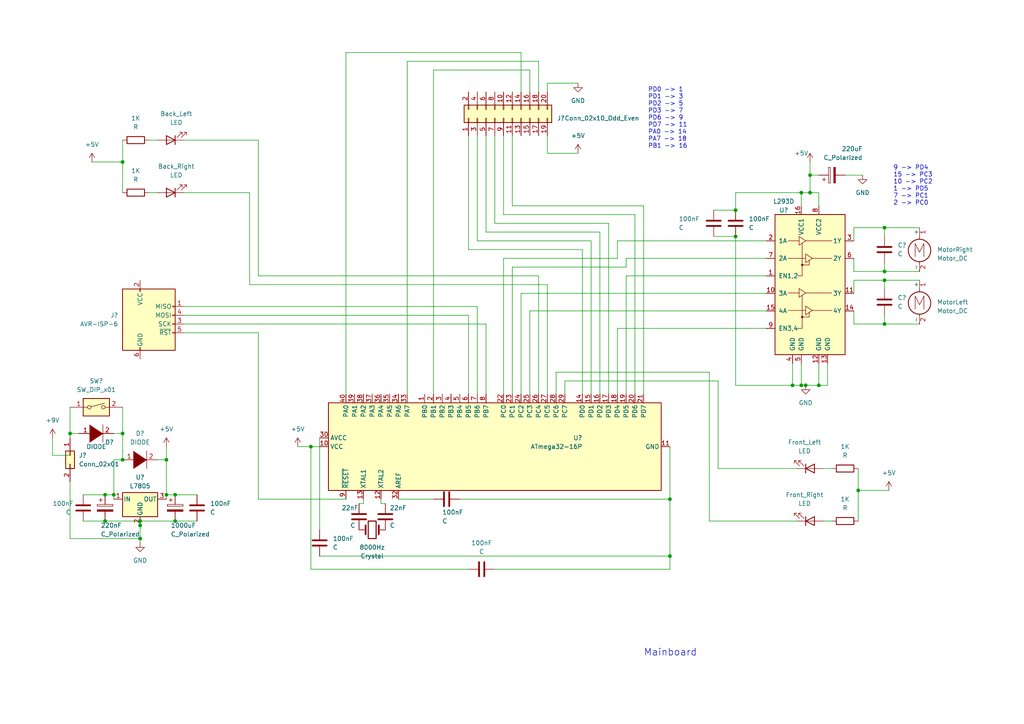
<source format=kicad_sch>
(kicad_sch (version 20211123) (generator eeschema)
  (paper "A4")
  (lib_symbols
    (symbol "Connector:AVR-ISP-6" (pin_names (offset 1.016))
      (property "Reference" "J" (at -6.35 11.43 0))
      (property "Value" "AVR-ISP-6" (at 0 11.43 0))
      (symbol "AVR-ISP-6_0_1"
        (rectangle (start -2.667 -6.858) (end -2.413 -7.62))
        (rectangle (start -2.667 10.16) (end -2.413 9.398))
        (rectangle (start 7.62 -2.413) (end 6.858 -2.667))
        (rectangle (start 7.62 0.127) (end 6.858 -0.127))
        (rectangle (start 7.62 2.667) (end 6.858 2.413))
        (rectangle (start 7.62 5.207) (end 6.858 4.953))
        (rectangle (start 7.62 10.16) (end -7.62 -7.62) (stroke (width 0.254)) (fill (type background)))
      )
      (symbol "AVR-ISP-6_1_1"
        (pin passive line (at 10.16 5.08 180) (length 2.54) (name "MISO") (number "1"))
        (pin passive line (at -2.54 12.7 270) (length 2.54) (name "VCC") (number "2"))
        (pin passive line (at 10.16 0 180) (length 2.54) (name "SCK") (number "3"))
        (pin passive line (at 10.16 2.54 180) (length 2.54) (name "MOSI") (number "4"))
        (pin passive line (at 10.16 -2.54 180) (length 2.54) (name "~{RST}") (number "5"))
        (pin passive line (at -2.54 -10.16 90) (length 2.54) (name "GND") (number "6"))
      )
    )
    (symbol "Connector_Generic:Conn_02x01" (pin_names (offset 1.016) hide)
      (property "Reference" "J" (at 1.27 2.54 0))
      (property "Value" "Conn_02x01" (at 1.27 -2.54 0))
      (symbol "Conn_02x01_1_1"
        (rectangle (start -1.27 0.127) (end 0 -0.127) (stroke (width 0.1524)))
        (rectangle (start -1.27 1.27) (end 3.81 -1.27) (stroke (width 0.254)) (fill (type background)))
        (rectangle (start 3.81 0.127) (end 2.54 -0.127) (stroke (width 0.1524)))
        (pin passive line (at -5.08 0 0) (length 3.81) (name "Pin_1") (number "1"))
        (pin passive line (at 7.62 0 180) (length 3.81) (name "Pin_2") (number "2"))
      )
    )
    (symbol "Connector_Generic:Conn_02x10_Odd_Even" (pin_names (offset 1.016) hide)
      (property "Reference" "J" (at 1.27 12.7 0))
      (property "Value" "Conn_02x10_Odd_Even" (at 1.27 -15.24 0))
      (symbol "Conn_02x10_Odd_Even_1_1"
        (rectangle (start -1.27 -12.573) (end 0 -12.827) (stroke (width 0.1524)))
        (rectangle (start -1.27 -10.033) (end 0 -10.287) (stroke (width 0.1524)))
        (rectangle (start -1.27 -7.493) (end 0 -7.747) (stroke (width 0.1524)))
        (rectangle (start -1.27 -4.953) (end 0 -5.207) (stroke (width 0.1524)))
        (rectangle (start -1.27 -2.413) (end 0 -2.667) (stroke (width 0.1524)))
        (rectangle (start -1.27 0.127) (end 0 -0.127) (stroke (width 0.1524)))
        (rectangle (start -1.27 2.667) (end 0 2.413) (stroke (width 0.1524)))
        (rectangle (start -1.27 5.207) (end 0 4.953) (stroke (width 0.1524)))
        (rectangle (start -1.27 7.747) (end 0 7.493) (stroke (width 0.1524)))
        (rectangle (start -1.27 10.287) (end 0 10.033) (stroke (width 0.1524)))
        (rectangle (start -1.27 11.43) (end 3.81 -13.97) (stroke (width 0.254)) (fill (type background)))
        (rectangle (start 3.81 -12.573) (end 2.54 -12.827) (stroke (width 0.1524)))
        (rectangle (start 3.81 -10.033) (end 2.54 -10.287) (stroke (width 0.1524)))
        (rectangle (start 3.81 -7.493) (end 2.54 -7.747) (stroke (width 0.1524)))
        (rectangle (start 3.81 -4.953) (end 2.54 -5.207) (stroke (width 0.1524)))
        (rectangle (start 3.81 -2.413) (end 2.54 -2.667) (stroke (width 0.1524)))
        (rectangle (start 3.81 0.127) (end 2.54 -0.127) (stroke (width 0.1524)))
        (rectangle (start 3.81 2.667) (end 2.54 2.413) (stroke (width 0.1524)))
        (rectangle (start 3.81 5.207) (end 2.54 4.953) (stroke (width 0.1524)))
        (rectangle (start 3.81 7.747) (end 2.54 7.493) (stroke (width 0.1524)))
        (rectangle (start 3.81 10.287) (end 2.54 10.033) (stroke (width 0.1524)))
        (pin passive line (at -5.08 10.16 0) (length 3.81) (name "Pin_1") (number "1"))
        (pin passive line (at 7.62 0 180) (length 3.81) (name "Pin_10") (number "10"))
        (pin passive line (at -5.08 -2.54 0) (length 3.81) (name "Pin_11") (number "11"))
        (pin passive line (at 7.62 -2.54 180) (length 3.81) (name "Pin_12") (number "12"))
        (pin passive line (at -5.08 -5.08 0) (length 3.81) (name "Pin_13") (number "13"))
        (pin passive line (at 7.62 -5.08 180) (length 3.81) (name "Pin_14") (number "14"))
        (pin passive line (at -5.08 -7.62 0) (length 3.81) (name "Pin_15") (number "15"))
        (pin passive line (at 7.62 -7.62 180) (length 3.81) (name "Pin_16") (number "16"))
        (pin passive line (at -5.08 -10.16 0) (length 3.81) (name "Pin_17") (number "17"))
        (pin passive line (at 7.62 -10.16 180) (length 3.81) (name "Pin_18") (number "18"))
        (pin passive line (at -5.08 -12.7 0) (length 3.81) (name "Pin_19") (number "19"))
        (pin passive line (at 7.62 10.16 180) (length 3.81) (name "Pin_2") (number "2"))
        (pin passive line (at 7.62 -12.7 180) (length 3.81) (name "Pin_20") (number "20"))
        (pin passive line (at -5.08 7.62 0) (length 3.81) (name "Pin_3") (number "3"))
        (pin passive line (at 7.62 7.62 180) (length 3.81) (name "Pin_4") (number "4"))
        (pin passive line (at -5.08 5.08 0) (length 3.81) (name "Pin_5") (number "5"))
        (pin passive line (at 7.62 5.08 180) (length 3.81) (name "Pin_6") (number "6"))
        (pin passive line (at -5.08 2.54 0) (length 3.81) (name "Pin_7") (number "7"))
        (pin passive line (at 7.62 2.54 180) (length 3.81) (name "Pin_8") (number "8"))
        (pin passive line (at -5.08 0 0) (length 3.81) (name "Pin_9") (number "9"))
      )
    )
    (symbol "Device:C" (pin_numbers hide) (pin_names (offset 0.254))
      (property "Reference" "C" (at 0.635 2.54 0))
      (property "Value" "C" (at 0.635 -2.54 0))
      (symbol "C_0_1"
        (polyline (pts (xy -2.032 -0.762) (xy 2.032 -0.762)) (stroke (width 0.508)))
        (polyline (pts (xy -2.032 0.762) (xy 2.032 0.762)) (stroke (width 0.508)))
      )
      (symbol "C_1_1"
        (pin passive line (at 0 3.81 270) (length 2.794) (name "~") (number "1"))
        (pin passive line (at 0 -3.81 90) (length 2.794) (name "~") (number "2"))
      )
    )
    (symbol "Device:C_Polarized" (pin_numbers hide) (pin_names (offset 0.254))
      (property "Reference" "C" (at 0.635 2.54 0))
      (property "Value" "C_Polarized" (at 0.635 -2.54 0))
      (symbol "C_Polarized_0_1"
        (rectangle (start -2.286 0.508) (end 2.286 1.016))
        (polyline (pts (xy -1.778 2.286) (xy -0.762 2.286)))
        (polyline (pts (xy -1.27 2.794) (xy -1.27 1.778)))
        (rectangle (start 2.286 -0.508) (end -2.286 -1.016) (fill (type outline)))
      )
      (symbol "C_Polarized_1_1"
        (pin passive line (at 0 3.81 270) (length 2.794) (name "~") (number "1"))
        (pin passive line (at 0 -3.81 90) (length 2.794) (name "~") (number "2"))
      )
    )
    (symbol "Device:Crystal" (pin_numbers hide) (pin_names (offset 1.016) hide)
      (property "Reference" "Y" (at 0 3.81 0))
      (property "Value" "Crystal" (at 0 -3.81 0))
      (symbol "Crystal_0_1"
        (rectangle (start -1.143 2.54) (end 1.143 -2.54) (stroke (width 0.3048)))
        (polyline (pts (xy -2.54 0) (xy -1.905 0)))
        (polyline (pts (xy -1.905 -1.27) (xy -1.905 1.27)) (stroke (width 0.508)))
        (polyline (pts (xy 1.905 -1.27) (xy 1.905 1.27)) (stroke (width 0.508)))
        (polyline (pts (xy 2.54 0) (xy 1.905 0)))
      )
      (symbol "Crystal_1_1"
        (pin passive line (at -3.81 0 0) (length 1.27) (name "1") (number "1"))
        (pin passive line (at 3.81 0 180) (length 1.27) (name "2") (number "2"))
      )
    )
    (symbol "Device:LED" (pin_numbers hide) (pin_names (offset 1.016) hide)
      (property "Reference" "D" (at 0 2.54 0))
      (property "Value" "LED" (at 0 -2.54 0))
      (symbol "LED_0_1"
        (polyline (pts (xy -1.27 -1.27) (xy -1.27 1.27)) (stroke (width 0.254)))
        (polyline (pts (xy -1.27 0) (xy 1.27 0)))
        (polyline (pts (xy 1.27 -1.27) (xy 1.27 1.27) (xy -1.27 0) (xy 1.27 -1.27)) (stroke (width 0.254)))
        (polyline (pts (xy -3.048 -0.762) (xy -4.572 -2.286) (xy -3.81 -2.286) (xy -4.572 -2.286) (xy -4.572 -1.524)))
        (polyline (pts (xy -1.778 -0.762) (xy -3.302 -2.286) (xy -2.54 -2.286) (xy -3.302 -2.286) (xy -3.302 -1.524)))
      )
      (symbol "LED_1_1"
        (pin passive line (at -3.81 0 0) (length 2.54) (name "K") (number "1"))
        (pin passive line (at 3.81 0 180) (length 2.54) (name "A") (number "2"))
      )
    )
    (symbol "Device:R" (pin_numbers hide) (pin_names (offset 0))
      (property "Reference" "R" (at 2.032 0 90))
      (property "Value" "R" (at 0 0 90))
      (symbol "R_0_1"
        (rectangle (start -1.016 -2.54) (end 1.016 2.54) (stroke (width 0.254)))
      )
      (symbol "R_1_1"
        (pin passive line (at 0 3.81 270) (length 1.27) (name "~") (number "1"))
        (pin passive line (at 0 -3.81 90) (length 1.27) (name "~") (number "2"))
      )
    )
    (symbol "Driver_Motor:L293D" (pin_names (offset 1.016))
      (property "Reference" "U" (at -5.08 26.035 0))
      (property "Value" "L293D" (at -5.08 24.13 0))
      (symbol "L293D_0_1"
        (rectangle (start -10.16 22.86) (end 10.16 -17.78) (stroke (width 0.254)) (fill (type background)))
        (circle (center -2.286 -6.858) (radius 0.254) (fill (type outline)))
        (circle (center -2.286 8.255) (radius 0.254) (fill (type outline)))
        (polyline (pts (xy -6.35 -4.953) (xy -1.27 -4.953)))
        (polyline (pts (xy -6.35 0.127) (xy -3.175 0.127)))
        (polyline (pts (xy -6.35 10.16) (xy -1.27 10.16)))
        (polyline (pts (xy -6.35 15.24) (xy -3.175 15.24)))
        (polyline (pts (xy -1.27 0.127) (xy 6.35 0.127)))
        (polyline (pts (xy -1.27 15.24) (xy 6.35 15.24)))
        (polyline (pts (xy 0.635 -4.953) (xy 6.35 -4.953)))
        (polyline (pts (xy 0.635 10.16) (xy 6.35 10.16)))
        (polyline (pts (xy -2.286 -6.858) (xy -0.254 -6.858) (xy -0.254 -5.588)))
        (polyline (pts (xy -2.286 -0.635) (xy -2.286 -10.16) (xy -3.556 -10.16)))
        (polyline (pts (xy -2.286 8.255) (xy -0.254 8.255) (xy -0.254 9.525)))
        (polyline (pts (xy -2.286 14.478) (xy -2.286 5.08) (xy -3.556 5.08)))
        (polyline (pts (xy -3.175 1.397) (xy -3.175 -1.143) (xy -1.27 0.127) (xy -3.175 1.397)))
        (polyline (pts (xy -3.175 16.51) (xy -3.175 13.97) (xy -1.27 15.24) (xy -3.175 16.51)))
        (polyline (pts (xy -1.27 -3.683) (xy -1.27 -6.223) (xy 0.635 -4.953) (xy -1.27 -3.683)))
        (polyline (pts (xy -1.27 11.43) (xy -1.27 8.89) (xy 0.635 10.16) (xy -1.27 11.43)))
      )
      (symbol "L293D_1_1"
        (pin input line (at -12.7 5.08 0) (length 2.54) (name "EN1,2") (number "1"))
        (pin input line (at -12.7 0 0) (length 2.54) (name "3A") (number "10"))
        (pin output line (at 12.7 0 180) (length 2.54) (name "3Y") (number "11"))
        (pin power_in line (at 2.54 -20.32 90) (length 2.54) (name "GND") (number "12"))
        (pin power_in line (at 5.08 -20.32 90) (length 2.54) (name "GND") (number "13"))
        (pin output line (at 12.7 -5.08 180) (length 2.54) (name "4Y") (number "14"))
        (pin input line (at -12.7 -5.08 0) (length 2.54) (name "4A") (number "15"))
        (pin power_in line (at -2.54 25.4 270) (length 2.54) (name "VCC1") (number "16"))
        (pin input line (at -12.7 15.24 0) (length 2.54) (name "1A") (number "2"))
        (pin output line (at 12.7 15.24 180) (length 2.54) (name "1Y") (number "3"))
        (pin power_in line (at -5.08 -20.32 90) (length 2.54) (name "GND") (number "4"))
        (pin power_in line (at -2.54 -20.32 90) (length 2.54) (name "GND") (number "5"))
        (pin output line (at 12.7 10.16 180) (length 2.54) (name "2Y") (number "6"))
        (pin input line (at -12.7 10.16 0) (length 2.54) (name "2A") (number "7"))
        (pin power_in line (at 2.54 25.4 270) (length 2.54) (name "VCC2") (number "8"))
        (pin input line (at -12.7 -10.16 0) (length 2.54) (name "EN3,4") (number "9"))
      )
    )
    (symbol "MCU_Microchip_ATmega:ATmega32-16P"
      (property "Reference" "U" (at -12.7 49.53 0))
      (property "Value" "ATmega32-16P" (at 2.54 -49.53 0))
      (symbol "ATmega32-16P_0_1"
        (rectangle (start -12.7 -48.26) (end 12.7 48.26) (stroke (width 0.254)) (fill (type background)))
      )
      (symbol "ATmega32-16P_1_1"
        (pin bidirectional line (at 15.24 20.32 180) (length 2.54) (name "PB0") (number "1"))
        (pin power_in line (at 0 50.8 270) (length 2.54) (name "VCC") (number "10"))
        (pin power_in line (at 0 -50.8 90) (length 2.54) (name "GND") (number "11"))
        (pin output line (at -15.24 33.02 0) (length 2.54) (name "XTAL2") (number "12"))
        (pin input line (at -15.24 38.1 0) (length 2.54) (name "XTAL1") (number "13"))
        (pin bidirectional line (at 15.24 -25.4 180) (length 2.54) (name "PD0") (number "14"))
        (pin bidirectional line (at 15.24 -27.94 180) (length 2.54) (name "PD1") (number "15"))
        (pin bidirectional line (at 15.24 -30.48 180) (length 2.54) (name "PD2") (number "16"))
        (pin bidirectional line (at 15.24 -33.02 180) (length 2.54) (name "PD3") (number "17"))
        (pin bidirectional line (at 15.24 -35.56 180) (length 2.54) (name "PD4") (number "18"))
        (pin bidirectional line (at 15.24 -38.1 180) (length 2.54) (name "PD5") (number "19"))
        (pin bidirectional line (at 15.24 17.78 180) (length 2.54) (name "PB1") (number "2"))
        (pin bidirectional line (at 15.24 -40.64 180) (length 2.54) (name "PD6") (number "20"))
        (pin bidirectional line (at 15.24 -43.18 180) (length 2.54) (name "PD7") (number "21"))
        (pin bidirectional line (at 15.24 -2.54 180) (length 2.54) (name "PC0") (number "22"))
        (pin bidirectional line (at 15.24 -5.08 180) (length 2.54) (name "PC1") (number "23"))
        (pin bidirectional line (at 15.24 -7.62 180) (length 2.54) (name "PC2") (number "24"))
        (pin bidirectional line (at 15.24 -10.16 180) (length 2.54) (name "PC3") (number "25"))
        (pin bidirectional line (at 15.24 -12.7 180) (length 2.54) (name "PC4") (number "26"))
        (pin bidirectional line (at 15.24 -15.24 180) (length 2.54) (name "PC5") (number "27"))
        (pin bidirectional line (at 15.24 -17.78 180) (length 2.54) (name "PC6") (number "28"))
        (pin bidirectional line (at 15.24 -20.32 180) (length 2.54) (name "PC7") (number "29"))
        (pin bidirectional line (at 15.24 15.24 180) (length 2.54) (name "PB2") (number "3"))
        (pin power_in line (at 2.54 50.8 270) (length 2.54) (name "AVCC") (number "30"))
        (pin passive line (at 0 -50.8 90) (length 2.54) hide (name "GND") (number "31"))
        (pin passive line (at -15.24 27.94 0) (length 2.54) (name "AREF") (number "32"))
        (pin bidirectional line (at 15.24 25.4 180) (length 2.54) (name "PA7") (number "33"))
        (pin bidirectional line (at 15.24 27.94 180) (length 2.54) (name "PA6") (number "34"))
        (pin bidirectional line (at 15.24 30.48 180) (length 2.54) (name "PA5") (number "35"))
        (pin bidirectional line (at 15.24 33.02 180) (length 2.54) (name "PA4") (number "36"))
        (pin bidirectional line (at 15.24 35.56 180) (length 2.54) (name "PA3") (number "37"))
        (pin bidirectional line (at 15.24 38.1 180) (length 2.54) (name "PA2") (number "38"))
        (pin bidirectional line (at 15.24 40.64 180) (length 2.54) (name "PA1") (number "39"))
        (pin bidirectional line (at 15.24 12.7 180) (length 2.54) (name "PB3") (number "4"))
        (pin bidirectional line (at 15.24 43.18 180) (length 2.54) (name "PA0") (number "40"))
        (pin bidirectional line (at 15.24 10.16 180) (length 2.54) (name "PB4") (number "5"))
        (pin bidirectional line (at 15.24 7.62 180) (length 2.54) (name "PB5") (number "6"))
        (pin bidirectional line (at 15.24 5.08 180) (length 2.54) (name "PB6") (number "7"))
        (pin bidirectional line (at 15.24 2.54 180) (length 2.54) (name "PB7") (number "8"))
        (pin input line (at -15.24 43.18 0) (length 2.54) (name "~{RESET}") (number "9"))
      )
    )
    (symbol "Motor:Motor_DC" (pin_names (offset 0))
      (property "Reference" "M" (at 2.54 2.54 0))
      (property "Value" "Motor_DC" (at 2.54 -5.08 0))
      (symbol "Motor_DC_0_0"
        (polyline (pts (xy -1.27 -3.302) (xy -1.27 0.508) (xy 0 -2.032) (xy 1.27 0.508) (xy 1.27 -3.302)))
      )
      (symbol "Motor_DC_0_1"
        (circle (center 0 -1.524) (radius 3.2512) (stroke (width 0.254)))
        (polyline (pts (xy 0 -7.62) (xy 0 -7.112)))
        (polyline (pts (xy 0 -4.7752) (xy 0 -5.1816)))
        (polyline (pts (xy 0 1.7272) (xy 0 2.0828)))
        (polyline (pts (xy 0 2.032) (xy 0 2.54)))
      )
      (symbol "Motor_DC_1_1"
        (pin passive line (at 0 5.08 270) (length 2.54) (name "+") (number "1"))
        (pin passive line (at 0 -7.62 90) (length 2.54) (name "-") (number "2"))
      )
    )
    (symbol "Regulator_Linear:L7805" (pin_names (offset 0.254))
      (property "Reference" "U" (at -3.81 3.175 0))
      (property "Value" "L7805" (at 0 3.175 0))
      (symbol "L7805_0_1"
        (rectangle (start -5.08 1.905) (end 5.08 -5.08) (stroke (width 0.254)) (fill (type background)))
      )
      (symbol "L7805_1_1"
        (pin power_in line (at -7.62 0 0) (length 2.54) (name "IN") (number "1"))
        (pin power_in line (at 0 -7.62 90) (length 2.54) (name "GND") (number "2"))
        (pin power_out line (at 7.62 0 180) (length 2.54) (name "OUT") (number "3"))
      )
    )
    (symbol "Switch:SW_DIP_x01" (pin_names (offset 0) hide)
      (property "Reference" "SW" (at 0 3.81 0))
      (property "Value" "SW_DIP_x01" (at 0 -3.81 0))
      (symbol "SW_DIP_x01_0_0"
        (circle (center -2.032 0) (radius 0.508))
        (polyline (pts (xy -1.524 0.127) (xy 2.3622 1.1684)))
        (circle (center 2.032 0) (radius 0.508))
      )
      (symbol "SW_DIP_x01_0_1"
        (rectangle (start -3.81 2.54) (end 3.81 -2.54) (stroke (width 0.254)) (fill (type background)))
      )
      (symbol "SW_DIP_x01_1_1"
        (pin passive line (at -7.62 0 0) (length 5.08) (name "~") (number "1"))
        (pin passive line (at 7.62 0 180) (length 5.08) (name "~") (number "2"))
      )
    )
    (symbol "power:+5V" (power) (pin_names (offset 0))
      (property "Value" "+5V" (at 0 3.556 0))
      (symbol "+5V_0_1"
        (polyline (pts (xy -0.762 1.27) (xy 0 2.54)))
        (polyline (pts (xy 0 0) (xy 0 2.54)))
        (polyline (pts (xy 0 2.54) (xy 0.762 1.27)))
      )
      (symbol "+5V_1_1"
        (pin power_in line (at 0 0 90) (length 0) hide (name "+5V") (number "1"))
      )
    )
    (symbol "power:+9V" (power) (pin_names (offset 0))
      (property "Value" "+9V" (at 0 3.556 0))
      (symbol "+9V_0_1"
        (polyline (pts (xy -0.762 1.27) (xy 0 2.54)))
        (polyline (pts (xy 0 0) (xy 0 2.54)))
        (polyline (pts (xy 0 2.54) (xy 0.762 1.27)))
      )
      (symbol "+9V_1_1"
        (pin power_in line (at 0 0 90) (length 0) hide (name "+9V") (number "1"))
      )
    )
    (symbol "power:GND" (power) (pin_names (offset 0))
      (property "Value" "GND" (at 0 -3.81 0))
      (symbol "GND_0_1"
        (polyline (pts (xy 0 0) (xy 0 -1.27) (xy 1.27 -1.27) (xy 0 -2.54) (xy -1.27 -1.27) (xy 0 -1.27)))
      )
      (symbol "GND_1_1"
        (pin power_in line (at 0 0 270) (length 0) hide (name "GND") (number "1"))
      )
    )
    (symbol "pspice:DIODE" (pin_names (offset 1.016) hide)
      (property "Reference" "D" (at 0 3.81 0))
      (property "Value" "DIODE" (at 0 -4.445 0))
      (symbol "DIODE_0_1"
        (polyline (pts (xy 1.905 2.54) (xy 1.905 -2.54)))
        (polyline (pts (xy -1.905 2.54) (xy -1.905 -2.54) (xy 1.905 0)) (fill (type outline)))
      )
      (symbol "DIODE_1_1"
        (pin input line (at -5.08 0 0) (length 3.81) (name "K") (number "1"))
        (pin input line (at 5.08 0 180) (length 3.81) (name "A") (number "2"))
      )
    )
  )
  (junction (at 35.56 46.99))
  (junction (at 35.56 125.73))
  (junction (at 35.56 133.35))
  (junction (at 40.64 152.4))
  (junction (at 20.32 125.73))
  (junction (at 229.87 111.76))
  (junction (at 256.54 81.28))
  (junction (at 234.95 55.88))
  (junction (at 40.64 156.21))
  (junction (at 233.68 111.76))
  (junction (at 234.95 50.8))
  (junction (at 213.36 60.96))
  (junction (at 30.48 143.51))
  (junction (at 30.48 151.13))
  (junction (at 40.64 151.13))
  (junction (at 256.54 66.04))
  (junction (at 48.26 133.35))
  (junction (at 256.54 93.98))
  (junction (at 256.54 78.74))
  (junction (at 232.41 55.88))
  (junction (at 194.31 144.78))
  (junction (at 213.36 68.58))
  (junction (at 90.17 129.54))
  (junction (at 248.92 142.24))
  (junction (at 33.02 143.51))
  (junction (at 50.8 151.13))
  (junction (at 194.31 161.29))
  (junction (at 50.8 143.51))
  (junction (at 232.41 111.76))
  (junction (at 48.26 143.51))
  (junction (at 237.49 111.76))
  (wire (pts (xy 74.93 80.01) (xy 74.93 40.64)))
  (wire (pts (xy 125.73 20.32) (xy 125.73 114.3)))
  (wire (pts (xy 158.75 24.13) (xy 167.64 24.13)))
  (wire (pts (xy 181.61 77.47) (xy 148.59 77.47)))
  (wire (pts (xy 163.83 110.49) (xy 208.28 110.49)))
  (wire (pts (xy 53.34 96.52) (xy 74.93 96.52)))
  (wire (pts (xy 194.31 161.29) (xy 194.31 165.1)))
  (wire (pts (xy 143.51 39.37) (xy 143.51 64.77)))
  (wire (pts (xy 146.05 39.37) (xy 146.05 62.23)))
  (wire (pts (xy 92.71 161.29) (xy 194.31 161.29)))
  (wire (pts (xy 158.75 24.13) (xy 158.75 26.67)))
  (wire (pts (xy 163.83 114.3) (xy 163.83 110.49)))
  (wire (pts (xy 213.36 68.58) (xy 213.36 111.76)))
  (wire (pts (xy 20.32 139.7) (xy 20.32 156.21)))
  (wire (pts (xy 35.56 46.99) (xy 35.56 55.88)))
  (wire (pts (xy 20.32 118.11) (xy 20.32 125.73)))
  (wire (pts (xy 148.59 59.69) (xy 186.69 59.69)))
  (wire (pts (xy 234.95 46.99) (xy 234.95 50.8)))
  (wire (pts (xy 35.56 133.35) (xy 33.02 133.35)))
  (wire (pts (xy 161.29 107.95) (xy 205.74 107.95)))
  (wire (pts (xy 140.97 39.37) (xy 140.97 67.31)))
  (wire (pts (xy 167.64 44.45) (xy 158.75 44.45)))
  (wire (pts (xy 205.74 151.13) (xy 231.14 151.13)))
  (wire (pts (xy 222.25 80.01) (xy 181.61 80.01)))
  (wire (pts (xy 248.92 135.89) (xy 248.92 142.24)))
  (wire (pts (xy 153.67 90.17) (xy 153.67 114.3)))
  (wire (pts (xy 234.95 50.8) (xy 234.95 55.88)))
  (wire (pts (xy 256.54 66.04) (xy 256.54 68.58)))
  (wire (pts (xy 90.17 129.54) (xy 90.17 165.1)))
  (wire (pts (xy 50.8 143.51) (xy 48.26 143.51)))
  (wire (pts (xy 20.32 125.73) (xy 22.86 125.73)))
  (wire (pts (xy 266.7 81.28) (xy 256.54 81.28)))
  (wire (pts (xy 222.25 69.85) (xy 179.07 69.85)))
  (wire (pts (xy 72.39 82.55) (xy 158.75 82.55)))
  (wire (pts (xy 48.26 133.35) (xy 48.26 143.51)))
  (wire (pts (xy 156.21 114.3) (xy 156.21 80.01)))
  (wire (pts (xy 15.24 132.08) (xy 20.32 132.08)))
  (wire (pts (xy 247.65 93.98) (xy 247.65 90.17)))
  (wire (pts (xy 247.65 78.74) (xy 247.65 74.93)))
  (wire (pts (xy 74.93 96.52) (xy 74.93 144.78)))
  (wire (pts (xy 20.32 125.73) (xy 20.32 127)))
  (wire (pts (xy 176.53 114.3) (xy 176.53 64.77)))
  (wire (pts (xy 208.28 110.49) (xy 208.28 135.89)))
  (wire (pts (xy 90.17 129.54) (xy 92.71 129.54)))
  (wire (pts (xy 118.11 17.78) (xy 156.21 17.78)))
  (wire (pts (xy 74.93 40.64) (xy 53.34 40.64)))
  (wire (pts (xy 156.21 17.78) (xy 156.21 26.67)))
  (wire (pts (xy 266.7 78.74) (xy 256.54 78.74)))
  (wire (pts (xy 43.18 40.64) (xy 45.72 40.64)))
  (wire (pts (xy 153.67 20.32) (xy 153.67 26.67)))
  (wire (pts (xy 156.21 80.01) (xy 74.93 80.01)))
  (wire (pts (xy 256.54 66.04) (xy 247.65 66.04)))
  (wire (pts (xy 205.74 107.95) (xy 205.74 151.13)))
  (wire (pts (xy 237.49 105.41) (xy 237.49 111.76)))
  (wire (pts (xy 151.13 15.24) (xy 151.13 26.67)))
  (wire (pts (xy 237.49 55.88) (xy 237.49 59.69)))
  (wire (pts (xy 24.13 143.51) (xy 30.48 143.51)))
  (wire (pts (xy 248.92 142.24) (xy 257.81 142.24)))
  (wire (pts (xy 213.36 111.76) (xy 229.87 111.76)))
  (wire (pts (xy 181.61 80.01) (xy 181.61 114.3)))
  (wire (pts (xy 30.48 151.13) (xy 40.64 151.13)))
  (wire (pts (xy 248.92 142.24) (xy 248.92 151.13)))
  (wire (pts (xy 110.49 146.05) (xy 111.76 146.05)))
  (wire (pts (xy 232.41 105.41) (xy 232.41 111.76)))
  (wire (pts (xy 208.28 135.89) (xy 231.14 135.89)))
  (wire (pts (xy 104.14 146.05) (xy 105.41 146.05)))
  (wire (pts (xy 184.15 114.3) (xy 184.15 62.23)))
  (wire (pts (xy 100.33 114.3) (xy 100.33 15.24)))
  (wire (pts (xy 173.99 67.31) (xy 140.97 67.31)))
  (wire (pts (xy 171.45 69.85) (xy 138.43 69.85)))
  (wire (pts (xy 135.89 72.39) (xy 135.89 39.37)))
  (wire (pts (xy 40.64 157.48) (xy 40.64 156.21)))
  (wire (pts (xy 168.91 114.3) (xy 168.91 72.39)))
  (wire (pts (xy 222.25 90.17) (xy 153.67 90.17)))
  (wire (pts (xy 171.45 114.3) (xy 171.45 69.85)))
  (wire (pts (xy 53.34 91.44) (xy 135.89 91.44)))
  (wire (pts (xy 194.31 129.54) (xy 194.31 144.78)))
  (wire (pts (xy 229.87 111.76) (xy 232.41 111.76)))
  (wire (pts (xy 53.34 55.88) (xy 72.39 55.88)))
  (wire (pts (xy 100.33 15.24) (xy 151.13 15.24)))
  (wire (pts (xy 186.69 59.69) (xy 186.69 114.3)))
  (wire (pts (xy 86.36 129.54) (xy 90.17 129.54)))
  (wire (pts (xy 179.07 69.85) (xy 179.07 74.93)))
  (wire (pts (xy 53.34 93.98) (xy 140.97 93.98)))
  (wire (pts (xy 33.02 125.73) (xy 35.56 125.73)))
  (wire (pts (xy 256.54 78.74) (xy 247.65 78.74)))
  (wire (pts (xy 256.54 81.28) (xy 247.65 81.28)))
  (wire (pts (xy 233.68 111.76) (xy 237.49 111.76)))
  (wire (pts (xy 222.25 95.25) (xy 179.07 95.25)))
  (wire (pts (xy 140.97 93.98) (xy 140.97 114.3)))
  (wire (pts (xy 50.8 151.13) (xy 40.64 151.13)))
  (wire (pts (xy 105.41 146.05) (xy 105.41 144.78)))
  (wire (pts (xy 125.73 20.32) (xy 153.67 20.32)))
  (wire (pts (xy 92.71 127) (xy 92.71 153.67)))
  (wire (pts (xy 45.72 133.35) (xy 48.26 133.35)))
  (wire (pts (xy 241.3 151.13) (xy 238.76 151.13)))
  (wire (pts (xy 35.56 40.64) (xy 35.56 46.99)))
  (wire (pts (xy 168.91 72.39) (xy 135.89 72.39)))
  (wire (pts (xy 35.56 125.73) (xy 35.56 133.35)))
  (wire (pts (xy 135.89 91.44) (xy 135.89 114.3)))
  (wire (pts (xy 138.43 88.9) (xy 138.43 114.3)))
  (wire (pts (xy 118.11 17.78) (xy 118.11 114.3)))
  (wire (pts (xy 240.03 105.41) (xy 240.03 111.76)))
  (wire (pts (xy 234.95 55.88) (xy 237.49 55.88)))
  (wire (pts (xy 146.05 74.93) (xy 146.05 114.3)))
  (wire (pts (xy 57.15 151.13) (xy 50.8 151.13)))
  (wire (pts (xy 222.25 85.09) (xy 151.13 85.09)))
  (wire (pts (xy 179.07 74.93) (xy 146.05 74.93)))
  (wire (pts (xy 148.59 77.47) (xy 148.59 114.3)))
  (wire (pts (xy 232.41 111.76) (xy 233.68 111.76)))
  (wire (pts (xy 266.7 66.04) (xy 256.54 66.04)))
  (wire (pts (xy 245.11 50.8) (xy 250.19 50.8)))
  (wire (pts (xy 256.54 81.28) (xy 256.54 83.82)))
  (wire (pts (xy 247.65 66.04) (xy 247.65 69.85)))
  (wire (pts (xy 234.95 50.8) (xy 237.49 50.8)))
  (wire (pts (xy 30.48 143.51) (xy 33.02 143.51)))
  (wire (pts (xy 57.15 143.51) (xy 50.8 143.51)))
  (wire (pts (xy 256.54 93.98) (xy 247.65 93.98)))
  (wire (pts (xy 48.26 129.54) (xy 48.26 133.35)))
  (wire (pts (xy 179.07 95.25) (xy 179.07 114.3)))
  (wire (pts (xy 158.75 44.45) (xy 158.75 39.37)))
  (wire (pts (xy 232.41 55.88) (xy 234.95 55.88)))
  (wire (pts (xy 266.7 93.98) (xy 256.54 93.98)))
  (wire (pts (xy 33.02 143.51) (xy 33.02 144.78)))
  (wire (pts (xy 194.31 144.78) (xy 194.31 161.29)))
  (wire (pts (xy 143.51 165.1) (xy 194.31 165.1)))
  (wire (pts (xy 151.13 85.09) (xy 151.13 114.3)))
  (wire (pts (xy 43.18 55.88) (xy 45.72 55.88)))
  (wire (pts (xy 173.99 114.3) (xy 173.99 67.31)))
  (wire (pts (xy 161.29 114.3) (xy 161.29 107.95)))
  (wire (pts (xy 184.15 62.23) (xy 146.05 62.23)))
  (wire (pts (xy 176.53 64.77) (xy 143.51 64.77)))
  (wire (pts (xy 72.39 82.55) (xy 72.39 55.88)))
  (wire (pts (xy 74.93 144.78) (xy 100.33 144.78)))
  (wire (pts (xy 133.35 144.78) (xy 194.31 144.78)))
  (wire (pts (xy 241.3 135.89) (xy 238.76 135.89)))
  (wire (pts (xy 256.54 76.2) (xy 256.54 78.74)))
  (wire (pts (xy 181.61 74.93) (xy 181.61 77.47)))
  (wire (pts (xy 40.64 156.21) (xy 40.64 152.4)))
  (wire (pts (xy 33.02 133.35) (xy 33.02 143.51)))
  (wire (pts (xy 53.34 88.9) (xy 138.43 88.9)))
  (wire (pts (xy 138.43 39.37) (xy 138.43 69.85)))
  (wire (pts (xy 110.49 144.78) (xy 110.49 146.05)))
  (wire (pts (xy 20.32 156.21) (xy 40.64 156.21)))
  (wire (pts (xy 40.64 151.13) (xy 40.64 152.4)))
  (wire (pts (xy 229.87 105.41) (xy 229.87 111.76)))
  (wire (pts (xy 237.49 111.76) (xy 240.03 111.76)))
  (wire (pts (xy 15.24 127) (xy 15.24 132.08)))
  (wire (pts (xy 115.57 144.78) (xy 125.73 144.78)))
  (wire (pts (xy 48.26 143.51) (xy 48.26 144.78)))
  (wire (pts (xy 35.56 118.11) (xy 35.56 125.73)))
  (wire (pts (xy 247.65 81.28) (xy 247.65 85.09)))
  (wire (pts (xy 24.13 151.13) (xy 30.48 151.13)))
  (wire (pts (xy 158.75 114.3) (xy 158.75 82.55)))
  (wire (pts (xy 232.41 55.88) (xy 213.36 55.88)))
  (wire (pts (xy 148.59 39.37) (xy 148.59 59.69)))
  (wire (pts (xy 90.17 165.1) (xy 135.89 165.1)))
  (wire (pts (xy 232.41 55.88) (xy 232.41 59.69)))
  (wire (pts (xy 35.56 46.99) (xy 26.67 46.99)))
  (wire (pts (xy 213.36 55.88) (xy 213.36 60.96)))
  (wire (pts (xy 207.01 68.58) (xy 213.36 68.58)))
  (wire (pts (xy 222.25 74.93) (xy 181.61 74.93)))
  (wire (pts (xy 256.54 91.44) (xy 256.54 93.98)))
  (wire (pts (xy 207.01 60.96) (xy 213.36 60.96)))
  (text "PD0 -> 1\nPD1 -> 3\nPD2 -> 5\nPD3 -> 7\nPD6 -> 9\nPD7 -> 11\nPA0 -> 14\nPA7 -> 18\nPB1 -> 16" (at 187.96 43.18 0) (effects (font (size 1.27 1.27)) (justify left bottom)))
  (text "Mainboard" (at 186.69 190.5 0) (effects (font (size 2 2)) (justify left bottom)))
  (text "9 -> PD4\n15 -> PC3\n10 -> PC2\n1 -> PD5\n7 -> PC1\n2 -> PC0\n" (at 259.08 59.69 0) (effects (font (size 1.27 1.27)) (justify left bottom)))
  (symbol (lib_id "Device:C") (at 57.15 147.32 180) (unit 1)
    (property "Reference" "100nF" (at 60.96 146.0499 0) (effects (justify right)))
    (property "Value" "C" (at 60.96 148.5899 0) (effects (justify right)))
  )
  (symbol (lib_id "Device:R") (at 39.37 40.64 270) (unit 1)
    (property "Reference" "1K" (at 39.37 34.29 90))
    (property "Value" "R" (at 39.37 36.83 90))
  )
  (symbol (lib_id "Device:C_Polarized") (at 241.3 50.8 90) (unit 1)
    (property "Reference" "220uF" (at 250.19 43.18 90) (effects (justify left)))
    (property "Value" "C_Polarized" (at 250.19 45.72 90) (effects (justify left)))
  )
  (symbol (lib_id "Regulator_Linear:L7805") (at 40.64 144.78 0) (unit 1)
    (property "Reference" "U?" (at 40.64 138.43 0))
    (property "Value" "L7805" (at 40.64 140.97 0))
    (property "Datasheet" "http://www.st.com/content/ccc/resource/technical/document/datasheet/41/4f/b3/b0/12/d4/47/88/CD00000444.pdf/files/CD00000444.pdf/jcr:content/translations/en.CD00000444.pdf" (effects hide))
  )
  (symbol (lib_id "Device:C") (at 213.36 64.77 0) (unit 1)
    (property "Reference" "100nF" (at 217.17 63.4999 0) (effects (justify left)))
    (property "Value" "C" (at 217.17 66.0399 0) (effects (justify left)))
  )
  (symbol (lib_id "Device:R") (at 245.11 135.89 90) (mirror x) (unit 1)
    (property "Reference" "1K" (at 245.11 129.54 90))
    (property "Value" "R" (at 245.11 132.08 90))
  )
  (symbol (lib_id "Device:C_Polarized") (at 50.8 147.32 0) (unit 1)
    (property "Reference" "1000uF" (at 49.53 152.4 0) (effects (justify left)))
    (property "Value" "C_Polarized" (at 49.53 154.94 0) (effects (justify left)))
  )
  (symbol (lib_id "power:GND") (at 250.19 50.8 0) (unit 1)
    (property "Reference" "#PWR?" (effects hide))
    (property "Value" "GND" (at 250.19 55.88 0))
  )
  (symbol (lib_id "Device:C_Polarized") (at 30.48 147.32 0) (unit 1)
    (property "Reference" "220nF" (at 29.21 152.4 0) (effects (justify left)))
    (property "Value" "C_Polarized" (at 29.21 154.94 0) (effects (justify left)))
  )
  (symbol (lib_id "Device:LED") (at 49.53 55.88 180) (unit 1)
    (property "Reference" "Back_Right" (at 51.1175 48.26 0))
    (property "Value" "LED" (at 51.1175 50.8 0))
  )
  (symbol (lib_id "Device:C") (at 129.54 144.78 270) (unit 1)
    (property "Reference" "100nF" (at 128.27 148.5899 90) (effects (justify left)))
    (property "Value" "C" (at 128.27 151.1299 90) (effects (justify left)))
  )
  (symbol (lib_id "Device:R") (at 39.37 55.88 270) (unit 1)
    (property "Reference" "1K" (at 39.37 49.53 90))
    (property "Value" "R" (at 39.37 52.07 90))
  )
  (symbol (lib_id "Driver_Motor:L293D") (at 234.95 85.09 0) (unit 1)
    (property "Reference" "U?" (at 227.33 60.96 0))
    (property "Value" "L293D" (at 227.33 58.42 0))
    (property "Footprint" "Package_DIP:DIP-16_W7.62mm" (effects hide))
    (property "Datasheet" "http://www.ti.com/lit/ds/symlink/l293.pdf" (effects hide))
  )
  (symbol (lib_id "power:+5V") (at 48.26 129.54 0) (unit 1)
    (property "Reference" "#PWR?" (effects hide))
    (property "Value" "+5V" (at 48.26 124.46 0))
  )
  (symbol (lib_id "Device:C") (at 256.54 72.39 0) (unit 1)
    (property "Reference" "C?" (at 260.35 71.1199 0) (effects (justify left)))
    (property "Value" "C" (at 260.35 73.6599 0) (effects (justify left)))
  )
  (symbol (lib_id "MCU_Microchip_ATmega:ATmega32-16P") (at 143.51 129.54 90) (unit 1)
    (property "Reference" "U?" (at 168.91 127 90) (effects (justify left)))
    (property "Value" "ATmega32-16P" (at 168.91 129.54 90) (effects (justify left)))
    (property "Footprint" "Package_DIP:DIP-40_W15.24mm" (effects hide))
    (property "Datasheet" "http://ww1.microchip.com/downloads/en/DeviceDoc/doc2503.pdf" (effects hide))
  )
  (symbol (lib_id "Device:C") (at 207.01 64.77 180) (unit 1)
    (property "Reference" "100nF" (at 196.85 63.5 0) (effects (justify right)))
    (property "Value" "C" (at 196.85 66.04 0) (effects (justify right)))
  )
  (symbol (lib_id "power:GND") (at 40.64 157.48 0) (unit 1)
    (property "Reference" "#PWR?" (effects hide))
    (property "Value" "GND" (at 40.64 162.56 0))
  )
  (symbol (lib_id "Device:C") (at 111.76 149.86 0) (unit 1)
    (property "Reference" "22nF" (at 113.03 147.32 0) (effects (justify left)))
    (property "Value" "C" (at 113.03 152.4 0) (effects (justify left)))
  )
  (symbol (lib_id "power:+5V") (at 26.67 46.99 0) (mirror y) (unit 1)
    (property "Reference" "#PWR?" (effects hide))
    (property "Value" "+5V" (at 26.67 41.91 0))
  )
  (symbol (lib_id "Device:C") (at 256.54 87.63 0) (unit 1)
    (property "Reference" "C?" (at 260.35 86.3599 0) (effects (justify left)))
    (property "Value" "C" (at 260.35 88.8999 0) (effects (justify left)))
  )
  (symbol (lib_id "power:GND") (at 167.64 24.13 0) (unit 1)
    (property "Reference" "#PWR?" (effects hide))
    (property "Value" "GND" (at 167.64 29.21 0))
  )
  (symbol (lib_id "Connector_Generic:Conn_02x10_Odd_Even") (at 146.05 34.29 90) (unit 1)
    (property "Reference" "J?" (at 163.83 34.29 90) (effects (justify left)))
    (property "Value" "Conn_02x10_Odd_Even" (at 185.42 34.29 90) (effects (justify left)))
  )
  (symbol (lib_id "Device:C") (at 24.13 147.32 180) (unit 1)
    (property "Reference" "100nF" (at 15.24 146.05 0) (effects (justify right)))
    (property "Value" "C" (at 19.05 148.59 0) (effects (justify right)))
  )
  (symbol (lib_id "power:+5V") (at 234.95 46.99 0) (unit 1)
    (property "Reference" "#PWR?" (effects hide))
    (property "Value" "+5V" (at 232.41 44.45 0))
  )
  (symbol (lib_id "power:+5V") (at 167.64 44.45 0) (unit 1)
    (property "Reference" "#PWR?" (effects hide))
    (property "Value" "+5V" (at 167.64 39.37 0))
  )
  (symbol (lib_id "Device:R") (at 245.11 151.13 90) (mirror x) (unit 1)
    (property "Reference" "1K" (at 245.11 144.78 90))
    (property "Value" "R" (at 245.11 147.32 90))
  )
  (symbol (lib_id "Device:LED") (at 234.95 135.89 0) (mirror x) (unit 1)
    (property "Reference" "Front_Left" (at 233.3625 128.27 0))
    (property "Value" "LED" (at 233.3625 130.81 0))
  )
  (symbol (lib_id "Connector:AVR-ISP-6") (at 43.18 93.98 0) (unit 1)
    (property "Reference" "J?" (at 34.29 91.4399 0) (effects (justify right)))
    (property "Value" "AVR-ISP-6" (at 34.29 93.9799 0) (effects (justify right)))
    (property "Datasheet" " ~" (effects hide))
  )
  (symbol (lib_id "Motor:Motor_DC") (at 266.7 71.12 0) (unit 1)
    (property "Reference" "MotorRight" (at 271.78 72.3899 0) (effects (justify left)))
    (property "Value" "Motor_DC" (at 271.78 74.9299 0) (effects (justify left)))
  )
  (symbol (lib_id "Motor:Motor_DC") (at 266.7 86.36 0) (unit 1)
    (property "Reference" "MotorLeft" (at 271.78 87.6299 0) (effects (justify left)))
    (property "Value" "Motor_DC" (at 271.78 90.1699 0) (effects (justify left)))
  )
  (symbol (lib_id "Switch:SW_DIP_x01") (at 27.94 118.11 0) (unit 1)
    (property "Reference" "SW?" (at 27.94 110.49 0))
    (property "Value" "SW_DIP_x01" (at 27.94 113.03 0))
  )
  (symbol (lib_id "Device:C") (at 139.7 165.1 270) (unit 1)
    (property "Reference" "100nF" (at 139.7 157.48 90))
    (property "Value" "C" (at 139.7 160.02 90))
  )
  (symbol (lib_id "Device:Crystal") (at 107.95 153.67 0) (unit 1)
    (property "Reference" "8000Hz" (at 107.95 158.75 0))
    (property "Value" "Crystal" (at 107.95 161.29 0))
  )
  (symbol (lib_id "Connector_Generic:Conn_02x01") (at 20.32 132.08 270) (unit 1)
    (property "Reference" "J?" (at 22.86 132.0799 90) (effects (justify left)))
    (property "Value" "Conn_02x01" (at 22.86 134.6199 90) (effects (justify left)))
  )
  (symbol (lib_id "pspice:DIODE") (at 40.64 133.35 0) (unit 1)
    (property "Reference" "D?" (at 40.64 125.73 0))
    (property "Value" "DIODE" (at 40.64 128.27 0))
  )
  (symbol (lib_id "power:+5V") (at 86.36 129.54 0) (unit 1)
    (property "Reference" "#PWR?" (effects hide))
    (property "Value" "+5V" (at 86.36 124.46 0))
  )
  (symbol (lib_id "power:+9V") (at 15.24 127 0) (unit 1)
    (property "Reference" "#PWR?" (effects hide))
    (property "Value" "+9V" (at 15.24 121.92 0))
  )
  (symbol (lib_id "Device:C") (at 92.71 157.48 0) (unit 1)
    (property "Reference" "100nF" (at 96.52 156.2099 0) (effects (justify left)))
    (property "Value" "C" (at 96.52 158.7499 0) (effects (justify left)))
  )
  (symbol (lib_id "pspice:DIODE") (at 27.94 125.73 0) (unit 1)
    (property "Reference" "D?" (at 31.75 128.27 0))
    (property "Value" "DIODE" (at 27.94 129.54 0))
  )
  (symbol (lib_id "power:GND") (at 233.68 111.76 0) (unit 1)
    (property "Reference" "#PWR?" (effects hide))
    (property "Value" "GND" (at 233.68 116.84 0))
  )
  (symbol (lib_id "Device:LED") (at 234.95 151.13 0) (mirror x) (unit 1)
    (property "Reference" "Front_Right" (at 233.3625 143.51 0))
    (property "Value" "LED" (at 233.3625 146.05 0))
  )
  (symbol (lib_id "Device:C") (at 104.14 149.86 0) (unit 1)
    (property "Reference" "22nF" (at 99.06 147.32 0) (effects (justify left)))
    (property "Value" "C" (at 101.6 152.4 0) (effects (justify left)))
  )
  (symbol (lib_id "Device:LED") (at 49.53 40.64 180) (unit 1)
    (property "Reference" "Back_Left" (at 51.1175 33.02 0))
    (property "Value" "LED" (at 51.1175 35.56 0))
  )
  (symbol (lib_id "power:+5V") (at 257.81 142.24 0) (unit 1)
    (property "Reference" "#PWR?" (effects hide))
    (property "Value" "+5V" (at 257.81 137.16 0))
  )
)
</source>
